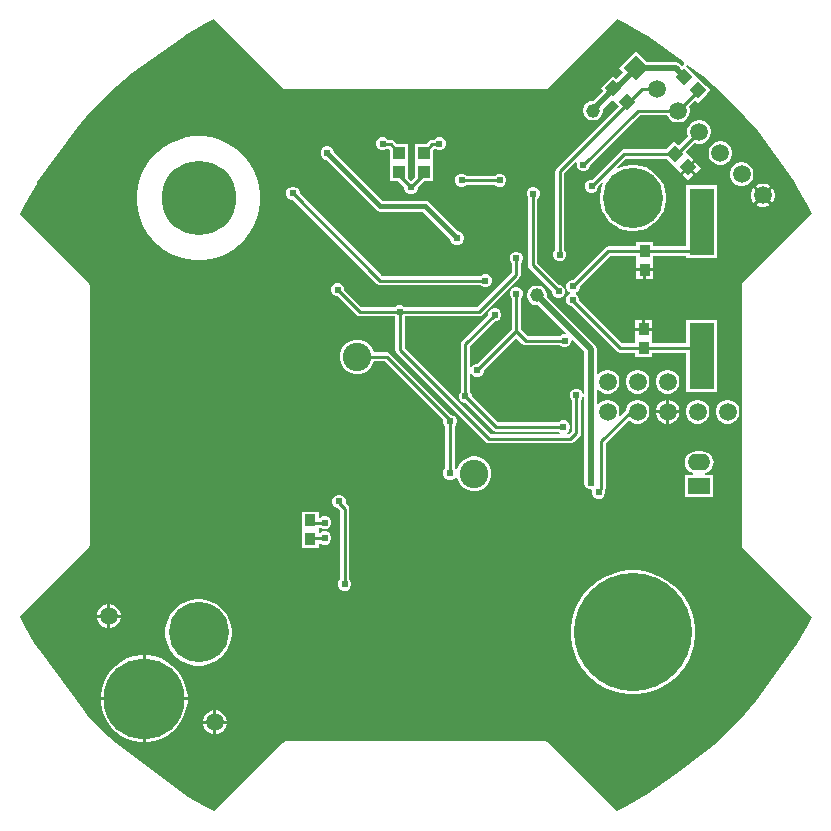
<source format=gbl>
G04*
G04 #@! TF.GenerationSoftware,Altium Limited,Altium Designer,21.6.4 (81)*
G04*
G04 Layer_Physical_Order=2*
G04 Layer_Color=16711680*
%FSLAX25Y25*%
%MOIN*%
G70*
G04*
G04 #@! TF.SameCoordinates,AE92149D-F2BC-473A-8121-C18DD6311B00*
G04*
G04*
G04 #@! TF.FilePolarity,Positive*
G04*
G01*
G75*
%ADD10C,0.01000*%
%ADD21R,0.03740X0.03937*%
%ADD28R,0.03937X0.04134*%
%ADD76C,0.01500*%
%ADD78C,0.02000*%
%ADD79C,0.09508*%
%ADD80C,0.24803*%
%ADD81C,0.39370*%
%ADD82C,0.05906*%
%ADD83R,0.07500X0.05500*%
%ADD84O,0.07500X0.05500*%
%ADD85C,0.26969*%
%ADD86P,0.08352X4X360.0*%
%ADD87C,0.20079*%
%ADD88C,0.02402*%
%ADD89C,0.04567*%
%ADD90C,0.02400*%
%ADD91C,0.01968*%
G04:AMPARAMS|DCode=92|XSize=39.37mil|YSize=41.34mil|CornerRadius=0mil|HoleSize=0mil|Usage=FLASHONLY|Rotation=225.000|XOffset=0mil|YOffset=0mil|HoleType=Round|Shape=Rectangle|*
%AMROTATEDRECTD92*
4,1,4,-0.00070,0.02854,0.02854,-0.00070,0.00070,-0.02854,-0.02854,0.00070,-0.00070,0.02854,0.0*
%
%ADD92ROTATEDRECTD92*%

%ADD93R,0.08268X0.22047*%
G36*
X-44388Y109155D02*
X-43892Y108823D01*
X-43307Y108707D01*
X43307D01*
X43892Y108823D01*
X44388Y109155D01*
X67214Y131980D01*
X69839Y130659D01*
X76166Y127075D01*
X77293Y126361D01*
X89394Y117607D01*
X89340Y117029D01*
X88778Y116468D01*
X88103Y117143D01*
X87441Y117585D01*
X86661Y117741D01*
X76826D01*
X73275Y121291D01*
X67685Y115701D01*
X69102Y114284D01*
X66910Y112091D01*
X65813Y113188D01*
X61615Y108990D01*
X62471Y108134D01*
X59196Y104858D01*
X58623D01*
X57788Y104634D01*
X57039Y104202D01*
X56428Y103591D01*
X55995Y102842D01*
X55772Y102007D01*
Y101143D01*
X55995Y100307D01*
X56428Y99559D01*
X57039Y98947D01*
X57788Y98515D01*
X58623Y98291D01*
X59487D01*
X60322Y98515D01*
X61071Y98947D01*
X61682Y99559D01*
X62115Y100307D01*
X62339Y101143D01*
Y102007D01*
X62291Y102185D01*
X65355Y105250D01*
X65716Y104889D01*
X65953Y104652D01*
X67591Y103014D01*
X46950Y82374D01*
X46619Y81877D01*
X46502Y81292D01*
Y55126D01*
X46166Y54790D01*
X45831Y53981D01*
Y53106D01*
X46166Y52297D01*
X46785Y51678D01*
X47594Y51342D01*
X48469D01*
X49278Y51678D01*
X49897Y52297D01*
X50232Y53106D01*
Y53981D01*
X49897Y54790D01*
X49561Y55126D01*
Y80659D01*
X53417Y84515D01*
X53841Y84232D01*
X53705Y83902D01*
Y83027D01*
X54040Y82218D01*
X54659Y81599D01*
X55468Y81264D01*
X56343D01*
X57152Y81599D01*
X57771Y82218D01*
X58106Y83027D01*
Y83503D01*
X74634Y100030D01*
X83736D01*
X84254Y99132D01*
X84990Y98396D01*
X85891Y97876D01*
X86897Y97606D01*
X87937D01*
X88943Y97876D01*
X89844Y98396D01*
X90580Y99132D01*
X91101Y100034D01*
X91370Y101039D01*
Y102080D01*
X91102Y103081D01*
X93092Y105072D01*
X94029Y104135D01*
X97062Y107168D01*
X97187Y107252D01*
X97187Y107252D01*
X97187Y107252D01*
X97257Y107322D01*
X97341Y107447D01*
X98227Y108333D01*
X97592Y108968D01*
X97588Y108988D01*
X97257Y109484D01*
X96760Y109816D01*
X96741Y109820D01*
X94126Y112434D01*
X93890Y112671D01*
X93536Y113024D01*
X90032Y116528D01*
X90357Y116910D01*
X95706Y113040D01*
X99493Y109774D01*
X104760Y104760D01*
X109774Y99493D01*
X113951Y94651D01*
X125951Y77940D01*
X127075Y76166D01*
X130659Y69839D01*
X131980Y67214D01*
X109155Y44388D01*
X108823Y43892D01*
X108707Y43307D01*
Y-43307D01*
X108823Y-43892D01*
X109155Y-44388D01*
X131980Y-67214D01*
X130659Y-69839D01*
X127075Y-76166D01*
X126163Y-77606D01*
X113504Y-95169D01*
X109774Y-99493D01*
X104760Y-104760D01*
X99493Y-109774D01*
X96472Y-112380D01*
X86683Y-119497D01*
X76894Y-126614D01*
X76166Y-127075D01*
X69839Y-130659D01*
X67214Y-131980D01*
X44388Y-109155D01*
X43892Y-108823D01*
X43307Y-108707D01*
X-43307D01*
X-43892Y-108823D01*
X-44388Y-109155D01*
X-67214Y-131980D01*
X-69839Y-130659D01*
X-75750Y-127310D01*
X-99916Y-109371D01*
X-104760Y-104760D01*
X-109442Y-99842D01*
X-110898Y-97880D01*
X-124871Y-79044D01*
X-127297Y-75774D01*
X-130659Y-69839D01*
X-131980Y-67214D01*
X-109155Y-44388D01*
X-108823Y-43892D01*
X-108707Y-43307D01*
Y43307D01*
X-108823Y43892D01*
X-109155Y44388D01*
X-131980Y67214D01*
X-130659Y69839D01*
X-127075Y76166D01*
X-126400Y77232D01*
X-126115Y77625D01*
X-118544Y88083D01*
X-112949Y95813D01*
X-109774Y99493D01*
X-104760Y104760D01*
X-99493Y109774D01*
X-94555Y114034D01*
X-78001Y125912D01*
X-76166Y127075D01*
X-69839Y130659D01*
X-67214Y131980D01*
X-44388Y109155D01*
D02*
G37*
%LPC*%
G36*
X95009Y98441D02*
X93968D01*
X92962Y98172D01*
X92061Y97651D01*
X91325Y96915D01*
X90805Y96014D01*
X90535Y95009D01*
Y93968D01*
X90804Y92967D01*
X87720Y89883D01*
X86229Y91375D01*
X83490Y88636D01*
X69391D01*
X68805Y88520D01*
X68309Y88188D01*
X58699Y78579D01*
X58224D01*
X57415Y78244D01*
X56796Y77625D01*
X56461Y76816D01*
Y75940D01*
X56796Y75131D01*
X57415Y74512D01*
X58224Y74177D01*
X59099D01*
X59908Y74512D01*
X60527Y75131D01*
X60862Y75940D01*
Y76416D01*
X62134Y77688D01*
X62543Y77390D01*
X62150Y76619D01*
X61614Y74966D01*
X61342Y73250D01*
Y71512D01*
X61614Y69796D01*
X62150Y68143D01*
X62939Y66595D01*
X63961Y65189D01*
X65189Y63961D01*
X66595Y62939D01*
X68143Y62150D01*
X69796Y61613D01*
X71512Y61342D01*
X73250D01*
X74966Y61613D01*
X76619Y62150D01*
X78167Y62939D01*
X79573Y63961D01*
X80801Y65189D01*
X81823Y66595D01*
X82612Y68143D01*
X83149Y69796D01*
X83420Y71512D01*
Y73250D01*
X83149Y74966D01*
X82612Y76619D01*
X81823Y78167D01*
X80801Y79573D01*
X79573Y80801D01*
X78167Y81823D01*
X76619Y82612D01*
X74966Y83148D01*
X73250Y83420D01*
X71512D01*
X69796Y83148D01*
X68143Y82612D01*
X67372Y82219D01*
X67075Y82628D01*
X70024Y85578D01*
X83630D01*
X86131Y83076D01*
X86368Y82839D01*
X86721Y82486D01*
X88300Y80907D01*
X90399Y83006D01*
X92498Y85106D01*
X90920Y86684D01*
X90683Y86921D01*
X90133Y87470D01*
Y87970D01*
X92967Y90804D01*
X93968Y90535D01*
X95009D01*
X96014Y90805D01*
X96915Y91325D01*
X97651Y92061D01*
X98172Y92962D01*
X98441Y93968D01*
Y95009D01*
X98172Y96014D01*
X97651Y96915D01*
X96915Y97651D01*
X96014Y98172D01*
X95009Y98441D01*
D02*
G37*
G36*
X102080Y91370D02*
X101039D01*
X100034Y91101D01*
X99132Y90580D01*
X98396Y89844D01*
X97876Y88943D01*
X97606Y87937D01*
Y86897D01*
X97876Y85891D01*
X98396Y84990D01*
X99132Y84254D01*
X100034Y83734D01*
X101039Y83464D01*
X102080D01*
X103085Y83734D01*
X103986Y84254D01*
X104722Y84990D01*
X105243Y85891D01*
X105512Y86897D01*
Y87937D01*
X105243Y88943D01*
X104722Y89844D01*
X103986Y90580D01*
X103085Y91101D01*
X102080Y91370D01*
D02*
G37*
G36*
X93205Y84398D02*
X91460Y82653D01*
X93275Y80838D01*
X95020Y82583D01*
X93205Y84398D01*
D02*
G37*
G36*
X90752Y81946D02*
X89007Y80200D01*
X90822Y78385D01*
X92567Y80131D01*
X90752Y81946D01*
D02*
G37*
G36*
X8312Y92752D02*
X7436D01*
X6627Y92417D01*
X6023Y91812D01*
X5539D01*
X4954Y91696D01*
X4457Y91364D01*
X3562Y90469D01*
X-213D01*
Y84669D01*
X-213Y84335D01*
X-213Y83835D01*
Y79509D01*
X-1537Y78185D01*
X-1613D01*
X-2543Y79116D01*
Y83835D01*
X-2543Y84169D01*
X-2543Y84669D01*
Y90469D01*
X-6317D01*
X-7313Y91464D01*
X-7809Y91796D01*
X-8394Y91912D01*
X-9272D01*
X-9777Y92417D01*
X-10586Y92752D01*
X-11461D01*
X-12270Y92417D01*
X-12889Y91798D01*
X-13224Y90989D01*
Y90113D01*
X-12889Y89305D01*
X-12270Y88686D01*
X-11461Y88350D01*
X-10586D01*
X-9777Y88686D01*
X-9609Y88853D01*
X-9028D01*
X-8480Y88306D01*
Y84669D01*
X-8480Y84335D01*
X-8480Y83835D01*
Y78035D01*
X-5789D01*
X-3776Y76022D01*
Y75546D01*
X-3441Y74738D01*
X-2821Y74119D01*
X-2013Y73783D01*
X-1137D01*
X-328Y74119D01*
X291Y74738D01*
X626Y75546D01*
Y76022D01*
X2639Y78035D01*
X5724D01*
Y83835D01*
X5724Y84169D01*
X5724Y84669D01*
Y88306D01*
X6172Y88754D01*
X6559D01*
X6627Y88686D01*
X7436Y88350D01*
X8312D01*
X9121Y88686D01*
X9740Y89305D01*
X10075Y90113D01*
Y90989D01*
X9740Y91798D01*
X9121Y92417D01*
X8312Y92752D01*
D02*
G37*
G36*
X109151Y84299D02*
X108110D01*
X107105Y84029D01*
X106203Y83509D01*
X105467Y82773D01*
X104947Y81872D01*
X104678Y80866D01*
Y79826D01*
X104947Y78820D01*
X105467Y77919D01*
X106203Y77183D01*
X107105Y76663D01*
X108110Y76393D01*
X109151D01*
X110156Y76663D01*
X111057Y77183D01*
X111793Y77919D01*
X112314Y78820D01*
X112583Y79826D01*
Y80866D01*
X112314Y81872D01*
X111793Y82773D01*
X111057Y83509D01*
X110156Y84029D01*
X109151Y84299D01*
D02*
G37*
G36*
X15771Y80568D02*
X14895D01*
X14086Y80233D01*
X13467Y79614D01*
X13132Y78805D01*
Y77930D01*
X13467Y77121D01*
X14086Y76502D01*
X14895Y76167D01*
X15771D01*
X16580Y76502D01*
X16910Y76833D01*
X26426D01*
X26768Y76491D01*
X27577Y76156D01*
X28452D01*
X29261Y76491D01*
X29880Y77110D01*
X30215Y77919D01*
Y78794D01*
X29880Y79603D01*
X29261Y80222D01*
X28452Y80557D01*
X27577D01*
X26768Y80222D01*
X26437Y79892D01*
X16922D01*
X16580Y80233D01*
X15771Y80568D01*
D02*
G37*
G36*
X116222Y77228D02*
X115181D01*
X114176Y76958D01*
X113274Y76438D01*
X113260Y76424D01*
X115701Y73982D01*
X118143Y76424D01*
X118128Y76438D01*
X117227Y76958D01*
X116222Y77228D01*
D02*
G37*
G36*
X118850Y75716D02*
X116409Y73275D01*
X118850Y70833D01*
X118864Y70848D01*
X119385Y71749D01*
X119654Y72755D01*
Y73795D01*
X119385Y74801D01*
X118864Y75702D01*
X118850Y75716D01*
D02*
G37*
G36*
X112553Y75716D02*
X112538Y75702D01*
X112018Y74801D01*
X111749Y73795D01*
Y72755D01*
X112018Y71749D01*
X112538Y70848D01*
X112553Y70833D01*
X114994Y73275D01*
X112553Y75716D01*
D02*
G37*
G36*
X115701Y72568D02*
X113260Y70126D01*
X113274Y70112D01*
X114176Y69592D01*
X115181Y69322D01*
X116222D01*
X117227Y69592D01*
X118128Y70112D01*
X118143Y70126D01*
X115701Y72568D01*
D02*
G37*
G36*
X-29090Y89602D02*
X-29965D01*
X-30774Y89267D01*
X-31393Y88648D01*
X-31728Y87839D01*
Y86964D01*
X-31393Y86155D01*
X-30774Y85536D01*
X-29965Y85201D01*
X-29850D01*
X-13073Y68423D01*
X-13073Y68423D01*
X-12494Y68037D01*
X-11811Y67901D01*
X-11811Y67901D01*
X2410D01*
X11579Y58733D01*
Y58617D01*
X11914Y57809D01*
X12533Y57189D01*
X13342Y56854D01*
X14217D01*
X15026Y57189D01*
X15645Y57809D01*
X15980Y58617D01*
Y59493D01*
X15645Y60302D01*
X15026Y60921D01*
X14217Y61256D01*
X14102D01*
X4411Y70947D01*
X3832Y71333D01*
X3150Y71469D01*
X-11072D01*
X-27327Y87724D01*
Y87839D01*
X-27662Y88648D01*
X-28281Y89267D01*
X-29090Y89602D01*
D02*
G37*
G36*
X100409Y76591D02*
X90142D01*
Y56254D01*
X79248D01*
Y57693D01*
X73508D01*
Y56254D01*
X64173D01*
X63588Y56137D01*
X63092Y55806D01*
X52479Y45193D01*
X52004D01*
X51196Y44858D01*
X50577Y44239D01*
X50242Y43431D01*
Y42555D01*
X50577Y41747D01*
X51196Y41128D01*
X51437Y41028D01*
Y40487D01*
X51075Y40337D01*
X50456Y39718D01*
X50121Y38910D01*
Y38034D01*
X50456Y37226D01*
X51075Y36607D01*
X51883Y36272D01*
X52116D01*
X67029Y21360D01*
X67525Y21028D01*
X68110Y20911D01*
X73114D01*
Y19472D01*
X78854D01*
Y20911D01*
X90142D01*
Y7661D01*
X100409D01*
Y31709D01*
X90142D01*
Y23970D01*
X78854D01*
Y25272D01*
X78854Y25409D01*
Y25772D01*
X78854Y25909D01*
Y28240D01*
X73114D01*
Y25909D01*
X73114Y25772D01*
Y25409D01*
X73114Y25272D01*
Y23970D01*
X68744D01*
X54521Y38193D01*
Y38910D01*
X54186Y39718D01*
X53567Y40337D01*
X53326Y40437D01*
Y40978D01*
X53688Y41128D01*
X54307Y41747D01*
X54642Y42555D01*
Y43030D01*
X64807Y53195D01*
X73508D01*
Y51894D01*
X73508Y51756D01*
Y51394D01*
X73508Y51256D01*
Y48925D01*
X76378D01*
X79248D01*
Y51256D01*
X79248Y51394D01*
Y51756D01*
X79248Y51894D01*
Y53195D01*
X90142D01*
Y52543D01*
X100409D01*
Y76591D01*
D02*
G37*
G36*
X-71070Y92970D02*
X-73768Y92965D01*
X-76442Y92608D01*
X-79046Y91906D01*
X-81537Y90869D01*
X-83871Y89517D01*
X-86008Y87871D01*
X-87913Y85961D01*
X-89552Y83818D01*
X-90897Y81480D01*
X-91926Y78986D01*
X-92621Y76380D01*
X-92970Y73704D01*
X-92966Y71007D01*
X-92611Y68333D01*
X-91910Y65728D01*
X-90875Y63237D01*
X-89524Y60902D01*
X-87879Y58763D01*
X-85970Y56858D01*
X-83829Y55217D01*
X-81491Y53870D01*
X-78998Y52840D01*
X-76392Y52144D01*
X-73717Y51793D01*
X-71020Y51795D01*
X-68345Y52148D01*
X-65740Y52848D01*
X-63248Y53882D01*
X-60912Y55231D01*
X-58773Y56874D01*
X-56866Y58782D01*
X-55224Y60923D01*
X-53876Y63259D01*
X-52844Y65752D01*
X-52146Y68358D01*
X-51794Y71032D01*
Y72381D01*
X-51794D01*
X-51794Y72381D01*
X-51794Y72387D01*
X-51794Y72400D01*
X-51794Y72425D01*
X-51797Y73780D01*
X-52156Y76454D01*
X-52860Y79058D01*
X-53898Y81548D01*
X-55252Y83881D01*
X-56899Y86018D01*
X-58811Y87921D01*
X-60955Y89559D01*
X-63294Y90903D01*
X-65788Y91930D01*
X-68395Y92623D01*
X-71070Y92970D01*
D02*
G37*
G36*
X79248Y47925D02*
X76878D01*
Y45457D01*
X79248D01*
Y47925D01*
D02*
G37*
G36*
X75878D02*
X73508D01*
Y45457D01*
X75878D01*
Y47925D01*
D02*
G37*
G36*
X-40507Y76217D02*
X-41383D01*
X-42191Y75881D01*
X-42811Y75262D01*
X-43146Y74454D01*
Y73578D01*
X-42811Y72769D01*
X-42191Y72150D01*
X-41383Y71815D01*
X-40907D01*
X-12892Y43801D01*
X-12396Y43469D01*
X-11811Y43352D01*
X21645D01*
X21982Y43016D01*
X22791Y42681D01*
X23666D01*
X24475Y43016D01*
X25094Y43635D01*
X25429Y44444D01*
Y45320D01*
X25094Y46128D01*
X24475Y46748D01*
X23666Y47083D01*
X22791D01*
X21982Y46748D01*
X21645Y46411D01*
X-11178D01*
X-38744Y73978D01*
Y74454D01*
X-39079Y75262D01*
X-39698Y75881D01*
X-40507Y76217D01*
D02*
G37*
G36*
X39581Y76068D02*
X38705D01*
X37896Y75732D01*
X37277Y75113D01*
X36942Y74304D01*
Y73429D01*
X37277Y72620D01*
X37447Y72450D01*
Y50000D01*
X37563Y49415D01*
X37895Y48919D01*
X45437Y41377D01*
Y40901D01*
X45772Y40092D01*
X46391Y39473D01*
X47200Y39138D01*
X48076D01*
X48884Y39473D01*
X49503Y40092D01*
X49839Y40901D01*
Y41776D01*
X49503Y42585D01*
X48884Y43204D01*
X48076Y43539D01*
X47600D01*
X40506Y50634D01*
Y72117D01*
X41008Y72620D01*
X41344Y73429D01*
Y74304D01*
X41008Y75113D01*
X40389Y75732D01*
X39581Y76068D01*
D02*
G37*
G36*
X33902Y54563D02*
X33027D01*
X32218Y54228D01*
X31599Y53609D01*
X31264Y52800D01*
Y51924D01*
X31599Y51116D01*
X31935Y50779D01*
Y47484D01*
X20503Y36051D01*
X-3751D01*
X-4087Y36388D01*
X-4896Y36723D01*
X-5772D01*
X-6581Y36388D01*
X-6917Y36051D01*
X-18093D01*
X-23854Y41813D01*
Y42288D01*
X-24189Y43097D01*
X-24808Y43716D01*
X-25617Y44051D01*
X-26493D01*
X-27302Y43716D01*
X-27921Y43097D01*
X-28256Y42288D01*
Y41413D01*
X-27921Y40604D01*
X-27302Y39985D01*
X-26493Y39650D01*
X-26017D01*
X-19808Y33440D01*
X-19312Y33109D01*
X-18726Y32993D01*
X-6917D01*
X-6751Y32827D01*
Y21757D01*
X-6635Y21172D01*
X-6303Y20676D01*
X23328Y-8956D01*
X23824Y-9287D01*
X24409Y-9403D01*
X51575D01*
X52160Y-9287D01*
X52656Y-8956D01*
X54625Y-6987D01*
X54956Y-6491D01*
X55073Y-5906D01*
Y5110D01*
X55409Y5446D01*
X55744Y6255D01*
X56229Y6218D01*
Y-21613D01*
X56067Y-22003D01*
Y-22879D01*
X56402Y-23688D01*
X57021Y-24307D01*
X57830Y-24642D01*
X58493D01*
X58853Y-25081D01*
X58823Y-25153D01*
Y-26028D01*
X59158Y-26837D01*
X59777Y-27456D01*
X60586Y-27791D01*
X61461D01*
X62270Y-27456D01*
X62889Y-26837D01*
X63224Y-26028D01*
Y-25153D01*
X63190Y-25069D01*
X63242Y-24991D01*
X63358Y-24406D01*
Y-9277D01*
X71082Y-1554D01*
X71510Y-1982D01*
X72411Y-2502D01*
X73417Y-2772D01*
X74457D01*
X75463Y-2502D01*
X76364Y-1982D01*
X77100Y-1246D01*
X77620Y-345D01*
X77890Y661D01*
Y1702D01*
X77620Y2707D01*
X77100Y3608D01*
X76364Y4344D01*
X75463Y4865D01*
X74457Y5134D01*
X73417D01*
X72411Y4865D01*
X71510Y4344D01*
X70774Y3608D01*
X70254Y2707D01*
X69984Y1702D01*
Y1675D01*
X68201Y-108D01*
X67753Y151D01*
X67890Y661D01*
Y1702D01*
X67620Y2707D01*
X67100Y3608D01*
X66364Y4344D01*
X65463Y4865D01*
X64457Y5134D01*
X63417D01*
X62411Y4865D01*
X61510Y4344D01*
X60807Y3641D01*
X60568Y3663D01*
X60307Y3733D01*
Y8629D01*
X60568Y8699D01*
X60807Y8721D01*
X61510Y8018D01*
X62411Y7498D01*
X63417Y7228D01*
X64457D01*
X65463Y7498D01*
X66364Y8018D01*
X67100Y8754D01*
X67620Y9655D01*
X67890Y10661D01*
Y11701D01*
X67620Y12707D01*
X67100Y13608D01*
X66364Y14344D01*
X65463Y14864D01*
X64457Y15134D01*
X63417D01*
X62411Y14864D01*
X61510Y14344D01*
X60807Y13641D01*
X60568Y13663D01*
X60307Y13733D01*
Y22047D01*
X60152Y22828D01*
X59710Y23489D01*
X43638Y39561D01*
Y40393D01*
X43414Y41228D01*
X42982Y41977D01*
X42370Y42588D01*
X41622Y43020D01*
X40787Y43244D01*
X39922D01*
X39087Y43020D01*
X38338Y42588D01*
X37727Y41977D01*
X37295Y41228D01*
X37071Y40393D01*
Y39528D01*
X37295Y38693D01*
X37727Y37944D01*
X38338Y37333D01*
X39087Y36901D01*
X39922Y36677D01*
X40754D01*
X49927Y27504D01*
X49720Y27004D01*
X49169D01*
X48360Y26669D01*
X48023Y26333D01*
X37248D01*
X34994Y28586D01*
Y38968D01*
X35330Y39305D01*
X35665Y40113D01*
Y40989D01*
X35330Y41798D01*
X34711Y42417D01*
X33902Y42752D01*
X33027D01*
X32218Y42417D01*
X31599Y41798D01*
X31264Y40989D01*
Y40113D01*
X31599Y39305D01*
X31935Y38968D01*
Y28586D01*
X20510Y17161D01*
X20035D01*
X19226Y16826D01*
X18607Y16207D01*
X18565Y16106D01*
X18065Y16206D01*
Y22989D01*
X26340Y31264D01*
X26816D01*
X27625Y31599D01*
X28244Y32218D01*
X28579Y33027D01*
Y33902D01*
X28244Y34711D01*
X27625Y35330D01*
X26816Y35665D01*
X25940D01*
X25131Y35330D01*
X24512Y34711D01*
X24177Y33902D01*
Y33427D01*
X15454Y24703D01*
X15123Y24207D01*
X15006Y23622D01*
Y7882D01*
X14670Y7546D01*
X14335Y6737D01*
Y5861D01*
X14670Y5053D01*
X15289Y4434D01*
X16098Y4098D01*
X16573D01*
X25690Y-5018D01*
X26186Y-5350D01*
X26772Y-5466D01*
X47630D01*
X47966Y-5803D01*
X48067Y-5845D01*
X47968Y-6345D01*
X25043D01*
X-3693Y22391D01*
Y32993D01*
X21136D01*
X21721Y33109D01*
X22218Y33440D01*
X34546Y45769D01*
X34877Y46265D01*
X34994Y46850D01*
Y50779D01*
X35330Y51116D01*
X35665Y51924D01*
Y52800D01*
X35330Y53609D01*
X34711Y54228D01*
X33902Y54563D01*
D02*
G37*
G36*
X78854Y31709D02*
X76484D01*
Y29240D01*
X78854D01*
Y31709D01*
D02*
G37*
G36*
X75484D02*
X73114D01*
Y29240D01*
X75484D01*
Y31709D01*
D02*
G37*
G36*
X84457Y15134D02*
X83417D01*
X82411Y14864D01*
X81510Y14344D01*
X80774Y13608D01*
X80254Y12707D01*
X79984Y11701D01*
Y10661D01*
X80254Y9655D01*
X80774Y8754D01*
X81510Y8018D01*
X82411Y7498D01*
X83417Y7228D01*
X84457D01*
X85463Y7498D01*
X86364Y8018D01*
X87100Y8754D01*
X87620Y9655D01*
X87890Y10661D01*
Y11701D01*
X87620Y12707D01*
X87100Y13608D01*
X86364Y14344D01*
X85463Y14864D01*
X84457Y15134D01*
D02*
G37*
G36*
X74457D02*
X73417D01*
X72411Y14864D01*
X71510Y14344D01*
X70774Y13608D01*
X70254Y12707D01*
X69984Y11701D01*
Y10661D01*
X70254Y9655D01*
X70774Y8754D01*
X71510Y8018D01*
X72411Y7498D01*
X73417Y7228D01*
X74457D01*
X75463Y7498D01*
X76364Y8018D01*
X77100Y8754D01*
X77620Y9655D01*
X77890Y10661D01*
Y11701D01*
X77620Y12707D01*
X77100Y13608D01*
X76364Y14344D01*
X75463Y14864D01*
X74457Y15134D01*
D02*
G37*
G36*
X84457Y5134D02*
X84437D01*
Y1681D01*
X87890D01*
Y1702D01*
X87620Y2707D01*
X87100Y3608D01*
X86364Y4344D01*
X85463Y4865D01*
X84457Y5134D01*
D02*
G37*
G36*
X83437D02*
X83417D01*
X82411Y4865D01*
X81510Y4344D01*
X80774Y3608D01*
X80254Y2707D01*
X79984Y1702D01*
Y1681D01*
X83437D01*
Y5134D01*
D02*
G37*
G36*
X104457D02*
X103417D01*
X102411Y4865D01*
X101510Y4344D01*
X100774Y3608D01*
X100254Y2707D01*
X99984Y1702D01*
Y661D01*
X100254Y-345D01*
X100774Y-1246D01*
X101510Y-1982D01*
X102411Y-2502D01*
X103417Y-2772D01*
X104457D01*
X105463Y-2502D01*
X106364Y-1982D01*
X107100Y-1246D01*
X107620Y-345D01*
X107890Y661D01*
Y1702D01*
X107620Y2707D01*
X107100Y3608D01*
X106364Y4344D01*
X105463Y4865D01*
X104457Y5134D01*
D02*
G37*
G36*
X94457D02*
X93417D01*
X92411Y4865D01*
X91510Y4344D01*
X90774Y3608D01*
X90254Y2707D01*
X89984Y1702D01*
Y661D01*
X90254Y-345D01*
X90774Y-1246D01*
X91510Y-1982D01*
X92411Y-2502D01*
X93417Y-2772D01*
X94457D01*
X95463Y-2502D01*
X96364Y-1982D01*
X97100Y-1246D01*
X97620Y-345D01*
X97890Y661D01*
Y1702D01*
X97620Y2707D01*
X97100Y3608D01*
X96364Y4344D01*
X95463Y4865D01*
X94457Y5134D01*
D02*
G37*
G36*
X87890Y681D02*
X84437D01*
Y-2772D01*
X84457D01*
X85463Y-2502D01*
X86364Y-1982D01*
X87100Y-1246D01*
X87620Y-345D01*
X87890Y661D01*
Y681D01*
D02*
G37*
G36*
X83437D02*
X79984D01*
Y661D01*
X80254Y-345D01*
X80774Y-1246D01*
X81510Y-1982D01*
X82411Y-2502D01*
X83417Y-2772D01*
X83437D01*
Y681D01*
D02*
G37*
G36*
X-18730Y25241D02*
X-20245D01*
X-21708Y24849D01*
X-23020Y24092D01*
X-24092Y23020D01*
X-24849Y21708D01*
X-25241Y20245D01*
Y18730D01*
X-24849Y17266D01*
X-24092Y15954D01*
X-23020Y14883D01*
X-21708Y14125D01*
X-20245Y13733D01*
X-18730D01*
X-17266Y14125D01*
X-15954Y14883D01*
X-14883Y15954D01*
X-14125Y17266D01*
X-13940Y17958D01*
X-10278D01*
X9217Y-1537D01*
Y-2406D01*
X9552Y-3215D01*
X9888Y-3551D01*
Y-17708D01*
X9552Y-18045D01*
X9217Y-18854D01*
Y-19729D01*
X9552Y-20538D01*
X10171Y-21157D01*
X10980Y-21492D01*
X11855D01*
X12664Y-21157D01*
X13283Y-20538D01*
X13290Y-20522D01*
X13817Y-20556D01*
X14125Y-21708D01*
X14883Y-23020D01*
X15954Y-24092D01*
X17266Y-24849D01*
X18730Y-25241D01*
X20245D01*
X21708Y-24849D01*
X23020Y-24092D01*
X24092Y-23020D01*
X24849Y-21708D01*
X25241Y-20245D01*
Y-18730D01*
X24849Y-17266D01*
X24092Y-15954D01*
X23020Y-14883D01*
X21708Y-14125D01*
X20245Y-13733D01*
X18730D01*
X17266Y-14125D01*
X15954Y-14883D01*
X14883Y-15954D01*
X14125Y-17266D01*
X13880Y-18180D01*
X13354Y-18215D01*
X13283Y-18045D01*
X12947Y-17708D01*
Y-3551D01*
X13283Y-3215D01*
X13618Y-2406D01*
Y-1531D01*
X13283Y-722D01*
X12664Y-103D01*
X11855Y232D01*
X11773D01*
X-8563Y20569D01*
X-9059Y20900D01*
X-9645Y21017D01*
X-13940D01*
X-14125Y21708D01*
X-14883Y23020D01*
X-15954Y24092D01*
X-17266Y24849D01*
X-18730Y25241D01*
D02*
G37*
G36*
X95488Y-11966D02*
X93488D01*
X92509Y-12094D01*
X91597Y-12472D01*
X90814Y-13073D01*
X90213Y-13857D01*
X89835Y-14769D01*
X89706Y-15748D01*
X89835Y-16727D01*
X90213Y-17639D01*
X90814Y-18423D01*
X91597Y-19024D01*
X92509Y-19401D01*
X92400Y-19872D01*
X89738D01*
Y-27372D01*
X99238D01*
Y-19872D01*
X96576D01*
X96467Y-19401D01*
X97379Y-19024D01*
X98163Y-18423D01*
X98764Y-17639D01*
X99142Y-16727D01*
X99271Y-15748D01*
X99142Y-14769D01*
X98764Y-13857D01*
X98163Y-13073D01*
X97379Y-12472D01*
X96467Y-12094D01*
X95488Y-11966D01*
D02*
G37*
G36*
X-32279Y-32108D02*
X-38019D01*
Y-37907D01*
X-38019Y-38045D01*
Y-38407D01*
X-38019Y-38545D01*
Y-44344D01*
X-32279D01*
Y-42758D01*
X-31779Y-42592D01*
X-31561Y-42810D01*
X-30753Y-43145D01*
X-29877D01*
X-29069Y-42810D01*
X-28450Y-42191D01*
X-28115Y-41383D01*
Y-40507D01*
X-28450Y-39699D01*
X-29069Y-39080D01*
X-29877Y-38745D01*
X-30753D01*
X-31561Y-39080D01*
X-31779Y-39298D01*
X-32279Y-39132D01*
Y-38545D01*
X-32279Y-38407D01*
Y-38045D01*
X-32279Y-37907D01*
Y-37640D01*
X-31779Y-37474D01*
X-31561Y-37692D01*
X-30753Y-38027D01*
X-29877D01*
X-29069Y-37692D01*
X-28450Y-37073D01*
X-28115Y-36264D01*
Y-35389D01*
X-28450Y-34581D01*
X-29069Y-33962D01*
X-29877Y-33627D01*
X-30753D01*
X-31561Y-33962D01*
X-31779Y-34180D01*
X-32279Y-34014D01*
Y-32108D01*
D02*
G37*
G36*
X-25153Y-26540D02*
X-26028D01*
X-26837Y-26875D01*
X-27456Y-27494D01*
X-27791Y-28303D01*
Y-29178D01*
X-27456Y-29986D01*
X-26837Y-30605D01*
X-26028Y-30940D01*
X-25932D01*
X-25151Y-31721D01*
Y-54717D01*
X-25487Y-55053D01*
X-25822Y-55862D01*
Y-56737D01*
X-25487Y-57545D01*
X-24868Y-58164D01*
X-24060Y-58499D01*
X-23184D01*
X-22376Y-58164D01*
X-21757Y-57545D01*
X-21422Y-56737D01*
Y-55862D01*
X-21757Y-55053D01*
X-22093Y-54717D01*
Y-31087D01*
X-22209Y-30502D01*
X-22541Y-30006D01*
X-23391Y-29156D01*
Y-28303D01*
X-23726Y-27494D01*
X-24344Y-26875D01*
X-25153Y-26540D01*
D02*
G37*
G36*
X-101842Y-62976D02*
X-101862D01*
Y-66429D01*
X-98409D01*
Y-66409D01*
X-98679Y-65403D01*
X-99199Y-64502D01*
X-99935Y-63766D01*
X-100837Y-63246D01*
X-101842Y-62976D01*
D02*
G37*
G36*
X-102862D02*
X-102883D01*
X-103888Y-63246D01*
X-104789Y-63766D01*
X-105525Y-64502D01*
X-106046Y-65403D01*
X-106315Y-66409D01*
Y-66429D01*
X-102862D01*
Y-62976D01*
D02*
G37*
G36*
X-98409Y-67429D02*
X-101862D01*
Y-70882D01*
X-101842D01*
X-100837Y-70613D01*
X-99935Y-70092D01*
X-99199Y-69356D01*
X-98679Y-68455D01*
X-98409Y-67449D01*
Y-67429D01*
D02*
G37*
G36*
X-102862D02*
X-106315D01*
Y-67449D01*
X-106046Y-68455D01*
X-105525Y-69356D01*
X-104789Y-70092D01*
X-103888Y-70613D01*
X-102883Y-70882D01*
X-102862D01*
Y-67429D01*
D02*
G37*
G36*
X-71512Y-61342D02*
X-73250D01*
X-74966Y-61614D01*
X-76619Y-62150D01*
X-78167Y-62939D01*
X-79573Y-63961D01*
X-80801Y-65189D01*
X-81823Y-66595D01*
X-82612Y-68143D01*
X-83149Y-69796D01*
X-83420Y-71512D01*
Y-73250D01*
X-83149Y-74966D01*
X-82612Y-76619D01*
X-81823Y-78167D01*
X-80801Y-79573D01*
X-79573Y-80801D01*
X-78167Y-81823D01*
X-76619Y-82612D01*
X-74966Y-83149D01*
X-73250Y-83420D01*
X-71512D01*
X-69796Y-83149D01*
X-68143Y-82612D01*
X-66595Y-81823D01*
X-65189Y-80801D01*
X-63961Y-79573D01*
X-62939Y-78167D01*
X-62150Y-76619D01*
X-61614Y-74966D01*
X-61342Y-73250D01*
Y-71512D01*
X-61614Y-69796D01*
X-62150Y-68143D01*
X-62939Y-66595D01*
X-63961Y-65189D01*
X-65189Y-63961D01*
X-66595Y-62939D01*
X-68143Y-62150D01*
X-69796Y-61614D01*
X-71512Y-61342D01*
D02*
G37*
G36*
X73737Y-51696D02*
X71025D01*
X68337Y-52050D01*
X65718Y-52752D01*
X63213Y-53789D01*
X60864Y-55145D01*
X58713Y-56796D01*
X56796Y-58713D01*
X55145Y-60864D01*
X53789Y-63213D01*
X52752Y-65718D01*
X52050Y-68337D01*
X51696Y-71025D01*
Y-73737D01*
X52050Y-76425D01*
X52752Y-79044D01*
X53789Y-81549D01*
X55145Y-83898D01*
X56796Y-86049D01*
X58713Y-87966D01*
X60864Y-89617D01*
X63213Y-90973D01*
X65718Y-92010D01*
X68337Y-92712D01*
X71025Y-93066D01*
X73737D01*
X76425Y-92712D01*
X79044Y-92010D01*
X81549Y-90973D01*
X83898Y-89617D01*
X86049Y-87966D01*
X87966Y-86049D01*
X89617Y-83898D01*
X90973Y-81549D01*
X92010Y-79044D01*
X92712Y-76425D01*
X93066Y-73737D01*
Y-71025D01*
X92712Y-68337D01*
X92010Y-65718D01*
X90973Y-63213D01*
X89617Y-60864D01*
X87966Y-58713D01*
X86049Y-56796D01*
X83898Y-55145D01*
X81549Y-53789D01*
X79044Y-52752D01*
X76425Y-52050D01*
X73737Y-51696D01*
D02*
G37*
G36*
X-89411Y-80004D02*
X-90051D01*
Y-93988D01*
X-76067D01*
Y-93348D01*
X-76424Y-91097D01*
X-77128Y-88928D01*
X-78163Y-86897D01*
X-79503Y-85052D01*
X-81115Y-83440D01*
X-82960Y-82100D01*
X-84991Y-81065D01*
X-87159Y-80361D01*
X-89411Y-80004D01*
D02*
G37*
G36*
X-91051D02*
X-91691D01*
X-93943Y-80361D01*
X-96111Y-81065D01*
X-98143Y-82100D01*
X-99987Y-83440D01*
X-101599Y-85052D01*
X-102939Y-86897D01*
X-103974Y-88928D01*
X-104679Y-91097D01*
X-105035Y-93348D01*
Y-93988D01*
X-91051D01*
Y-80004D01*
D02*
G37*
G36*
X-66409Y-98409D02*
X-66429D01*
Y-101862D01*
X-62976D01*
Y-101842D01*
X-63246Y-100837D01*
X-63766Y-99935D01*
X-64502Y-99199D01*
X-65403Y-98679D01*
X-66409Y-98409D01*
D02*
G37*
G36*
X-67429D02*
X-67449D01*
X-68455Y-98679D01*
X-69356Y-99199D01*
X-70092Y-99935D01*
X-70613Y-100837D01*
X-70882Y-101842D01*
Y-101862D01*
X-67429D01*
Y-98409D01*
D02*
G37*
G36*
X-62976Y-102862D02*
X-66429D01*
Y-106315D01*
X-66409D01*
X-65403Y-106046D01*
X-64502Y-105525D01*
X-63766Y-104789D01*
X-63246Y-103888D01*
X-62976Y-102883D01*
Y-102862D01*
D02*
G37*
G36*
X-67429D02*
X-70882D01*
Y-102883D01*
X-70613Y-103888D01*
X-70092Y-104789D01*
X-69356Y-105525D01*
X-68455Y-106046D01*
X-67449Y-106315D01*
X-67429D01*
Y-102862D01*
D02*
G37*
G36*
X-76067Y-94988D02*
X-90051D01*
Y-108972D01*
X-89411D01*
X-87159Y-108616D01*
X-84991Y-107911D01*
X-82960Y-106876D01*
X-81115Y-105536D01*
X-79503Y-103924D01*
X-78163Y-102080D01*
X-77128Y-100048D01*
X-76424Y-97880D01*
X-76067Y-95628D01*
Y-94988D01*
D02*
G37*
G36*
X-91051D02*
X-105035D01*
Y-95628D01*
X-104679Y-97880D01*
X-103974Y-100048D01*
X-102939Y-102080D01*
X-101599Y-103924D01*
X-99987Y-105536D01*
X-98143Y-106876D01*
X-96111Y-107911D01*
X-93943Y-108616D01*
X-91691Y-108972D01*
X-91051D01*
Y-94988D01*
D02*
G37*
%LPD*%
G36*
X35533Y23722D02*
X36029Y23390D01*
X36614Y23274D01*
X48023D01*
X48360Y22937D01*
X49169Y22602D01*
X50044D01*
X50853Y22937D01*
X51472Y23557D01*
X51807Y24365D01*
Y24917D01*
X52307Y25124D01*
X56229Y21203D01*
Y7168D01*
X55744Y7131D01*
X55409Y7940D01*
X54790Y8559D01*
X53981Y8894D01*
X53106D01*
X52297Y8559D01*
X51678Y7940D01*
X51342Y7131D01*
Y6255D01*
X51678Y5446D01*
X52014Y5110D01*
Y-5272D01*
X50941Y-6345D01*
X50458D01*
X50358Y-5845D01*
X50459Y-5803D01*
X51078Y-5184D01*
X51413Y-4375D01*
Y-3499D01*
X51078Y-2690D01*
X50459Y-2071D01*
X49650Y-1736D01*
X48775D01*
X47966Y-2071D01*
X47630Y-2408D01*
X27405D01*
X18736Y6261D01*
Y6737D01*
X18401Y7546D01*
X18065Y7882D01*
Y13716D01*
X18565Y13815D01*
X18607Y13714D01*
X19226Y13095D01*
X20035Y12760D01*
X20910D01*
X21719Y13095D01*
X22338Y13714D01*
X22673Y14523D01*
Y14999D01*
X33465Y25790D01*
X35533Y23722D01*
D02*
G37*
D10*
X28009Y78362D02*
X28014Y78357D01*
X15339Y78362D02*
X28009D01*
X15333Y78368D02*
X15339Y78362D01*
X-5512Y79921D02*
X-1575Y75984D01*
X2756Y80315D01*
X96106Y108333D02*
X96175Y108403D01*
X55905Y83465D02*
X74000Y101559D01*
X87417D01*
X94029Y108333D02*
X96106D01*
X2362Y87795D02*
X2756Y87402D01*
X5539Y90283D02*
X7606D01*
X7874Y90551D01*
X2756Y87402D02*
Y87500D01*
X5539Y90283D01*
X-10855Y90383D02*
X-8394D01*
X-5512Y87402D02*
Y87500D01*
X-11024Y90551D02*
X-10855Y90383D01*
X-8394D02*
X-5512Y87500D01*
X68110Y22441D02*
X75984D01*
X52321Y38230D02*
X68110Y22441D01*
X75984D02*
X92520D01*
X95276Y19685D01*
X-5222Y34410D02*
X-5110Y34298D01*
X-18726Y34522D02*
X-5334D01*
X-26055Y41851D02*
X-18726Y34522D01*
X-40945Y74016D02*
X-11811Y44882D01*
X23228D01*
X-5334Y34522D02*
X-5222Y34410D01*
Y21757D02*
Y34410D01*
X21136Y34522D02*
X33465Y46850D01*
X-5334Y34522D02*
X21136D01*
X-5222Y21757D02*
X24409Y-7874D01*
X51575D01*
X53543Y-5906D01*
Y6693D01*
X26772Y-3937D02*
X49213D01*
X16535Y6299D02*
X26772Y-3937D01*
X33465Y27953D02*
X36614Y24803D01*
X49606D01*
X33465Y27953D02*
Y40551D01*
X61829Y-8643D02*
X71653Y1181D01*
X61024Y-25591D02*
Y-25211D01*
X61829Y-24406D02*
Y-8643D01*
X61024Y-25211D02*
X61829Y-24406D01*
X71653Y1181D02*
X73937D01*
X16535Y6299D02*
Y23622D01*
X26378Y33465D01*
X20472Y14961D02*
X33465Y27953D01*
Y46850D02*
Y52362D01*
X76378Y54724D02*
X92126D01*
X64173D02*
X76378D01*
X38976Y73700D02*
X39143Y73867D01*
X38976Y50000D02*
Y73700D01*
Y50000D02*
X47638Y41339D01*
X70882Y104143D02*
X75370Y108630D01*
X70882Y104143D02*
X70882D01*
X75370Y108630D02*
X80346D01*
X84152Y87177D02*
X86229D01*
X69391Y87107D02*
X84082D01*
X86229Y87177D02*
X86298Y87107D01*
X84082D02*
X84152Y87177D01*
X58661Y76378D02*
X69391Y87107D01*
X48031Y81292D02*
X70882Y104143D01*
X48031Y53543D02*
Y81292D01*
X93959Y108101D02*
Y108403D01*
X87417Y101559D02*
X93959Y108101D01*
X11417Y-1969D02*
Y-1575D01*
Y-19291D02*
Y-1969D01*
Y-19366D02*
Y-19291D01*
X-9645Y19487D02*
X11417Y-1575D01*
X-19487Y19487D02*
X-9645D01*
X86298Y87107D02*
X87107D01*
X94488Y94488D01*
X52321Y38230D02*
Y38472D01*
X52442Y42993D02*
X64173Y54724D01*
X-35149Y-35827D02*
X-30315D01*
X-35149Y-40945D02*
X-30315D01*
X-25591Y-29119D02*
X-23622Y-31087D01*
X-25591Y-29119D02*
Y-28740D01*
X-23622Y-56299D02*
Y-31087D01*
D21*
X76378Y54724D02*
D03*
Y48425D02*
D03*
X-35149Y-35077D02*
D03*
Y-41376D02*
D03*
X75984Y28740D02*
D03*
Y22441D02*
D03*
D28*
X2756Y81102D02*
D03*
Y87402D02*
D03*
X-5512Y81102D02*
D03*
Y87402D02*
D03*
D76*
X-29528D02*
X-11811Y69685D01*
X3150D01*
X13780Y59055D01*
D78*
X40354Y39961D02*
X58268Y22047D01*
Y-22441D02*
Y22047D01*
X59055Y101833D02*
X65883Y108661D01*
Y108920D01*
X59055Y101575D02*
Y101833D01*
X66428Y108726D02*
X73275Y115573D01*
Y115701D01*
X86661D02*
X89505Y112857D01*
X89505D01*
X73275Y115701D02*
X86661D01*
D79*
X-19487Y19487D02*
D03*
X19487Y-19487D02*
D03*
D80*
X-72381Y72381D02*
D03*
D81*
X72381Y-72381D02*
D03*
D82*
X83937Y1181D02*
D03*
X73937Y11181D02*
D03*
X63937D02*
D03*
X93937Y1181D02*
D03*
X63937D02*
D03*
X73937D02*
D03*
X83937Y11181D02*
D03*
X103937Y1181D02*
D03*
X-66929Y-102362D02*
D03*
X-102362Y-66929D02*
D03*
X94488Y94488D02*
D03*
X101559Y87417D02*
D03*
X87417Y101559D02*
D03*
X115701Y73275D02*
D03*
X108630Y80346D02*
D03*
X80346Y108630D02*
D03*
D83*
X94488Y-23622D02*
D03*
D84*
Y-15748D02*
D03*
D85*
X-90551Y-94488D02*
D03*
D86*
X73275Y115701D02*
D03*
D87*
X-72381Y-72381D02*
D03*
X72381Y72381D02*
D03*
D88*
X-29528Y87402D02*
D03*
X-70079Y36220D02*
D03*
X-43447Y-91085D02*
D03*
X-40018D02*
D03*
X28014Y78357D02*
D03*
X15333Y78368D02*
D03*
X55905Y83465D02*
D03*
X7874Y90551D02*
D03*
X-11024D02*
D03*
X-26055Y41851D02*
D03*
X-40945Y74016D02*
D03*
X23228Y44882D02*
D03*
X-5334Y34522D02*
D03*
X49213Y-3937D02*
D03*
X53543Y6693D02*
D03*
X49606Y24803D02*
D03*
X61024Y-25591D02*
D03*
X16535Y6299D02*
D03*
X20472Y14961D02*
D03*
X26378Y33465D02*
D03*
X33465Y40551D02*
D03*
Y52362D02*
D03*
X39143Y73867D02*
D03*
X47638Y41339D02*
D03*
X45276Y28740D02*
D03*
X58268Y-22441D02*
D03*
X68504Y-7874D02*
D03*
X-1575Y75984D02*
D03*
X58661Y76378D02*
D03*
X33858Y67716D02*
D03*
X53076Y11737D02*
D03*
X9038Y41179D02*
D03*
X9055Y24016D02*
D03*
X48031Y53543D02*
D03*
X11417Y-1969D02*
D03*
Y-19291D02*
D03*
X13780Y59055D02*
D03*
X-1974Y99366D02*
D03*
X-75197Y20079D02*
D03*
D89*
X-40945Y16535D02*
D03*
X40354Y39961D02*
D03*
X59055Y101575D02*
D03*
X394Y-7874D02*
D03*
X-103543Y13780D02*
D03*
D90*
X-51181Y-62598D02*
D03*
X29528Y-55118D02*
D03*
X23622Y-45669D02*
D03*
X-42913Y-12598D02*
D03*
X-16291Y38147D02*
D03*
X52321Y38472D02*
D03*
X52442Y42993D02*
D03*
X-30315Y-35827D02*
D03*
Y-40945D02*
D03*
X-23622Y-56299D02*
D03*
X-25591Y-28740D02*
D03*
D91*
X-13976Y-38976D02*
D03*
Y-43307D02*
D03*
X-9646D02*
D03*
Y-38976D02*
D03*
Y-47638D02*
D03*
X-13976D02*
D03*
D92*
X90752Y82653D02*
D03*
X86298Y87107D02*
D03*
X70337Y104466D02*
D03*
X65883Y108920D02*
D03*
X89505Y112857D02*
D03*
X93959Y108403D02*
D03*
D93*
X95276Y64567D02*
D03*
Y19685D02*
D03*
M02*

</source>
